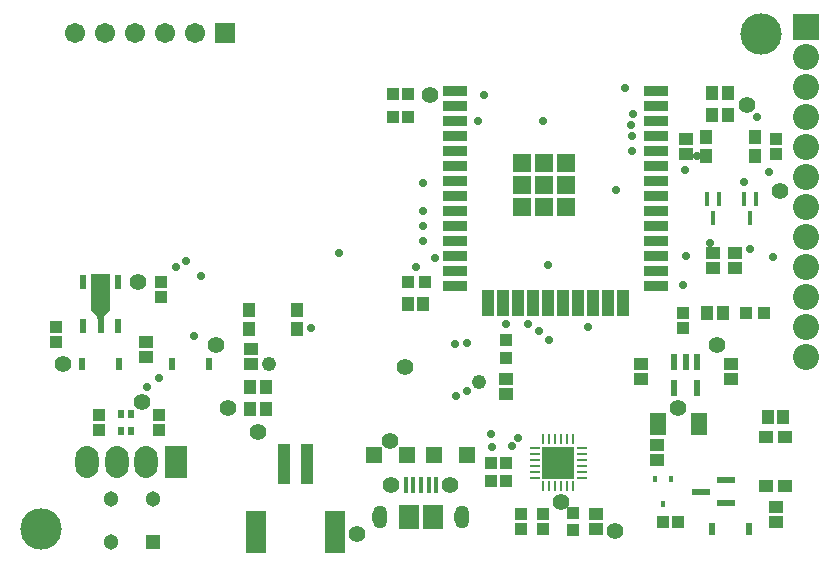
<source format=gts>
G04*
G04 #@! TF.GenerationSoftware,Altium Limited,Altium Designer,23.3.1 (30)*
G04*
G04 Layer_Color=65280*
%FSLAX44Y44*%
%MOMM*%
G71*
G04*
G04 #@! TF.SameCoordinates,049E622D-B5B7-477E-837E-60E0A1272B7F*
G04*
G04*
G04 #@! TF.FilePolarity,Negative*
G04*
G01*
G75*
%ADD17R,0.4572X1.3970*%
%ADD19R,0.4064X1.2192*%
%ADD20R,2.0066X0.8890*%
%ADD24R,0.9906X3.5052*%
%ADD25R,0.6096X1.0414*%
%ADD31R,0.5334X1.1430*%
%ADD32R,0.6096X1.1430*%
%ADD35R,0.4064X0.5080*%
%ADD36R,1.5240X0.5588*%
%ADD40R,0.5588X1.3208*%
%ADD44R,0.2540X0.8128*%
%ADD45R,0.8128X0.2540*%
%ADD46R,1.7526X2.1590*%
%ADD47R,1.0922X2.2098*%
%ADD48R,1.5240X1.5240*%
%ADD49R,1.7018X3.6068*%
%ADD50R,0.6032X0.7032*%
%ADD51R,1.0532X1.1532*%
%ADD52R,1.1000X1.2000*%
%ADD53R,1.1532X1.0532*%
%ADD54R,1.1032X1.0032*%
%ADD55R,1.0032X1.1032*%
%ADD56R,1.0032X1.0032*%
%ADD57R,1.2000X1.1000*%
%ADD58R,1.4532X1.8532*%
%ADD59R,1.0032X1.0032*%
%ADD60R,1.4032X1.4032*%
%ADD61R,1.4032X1.4032*%
%ADD62R,2.7940X2.7940*%
%ADD63C,1.3970*%
%ADD64O,1.2700X1.9558*%
%ADD65R,1.7032X1.7032*%
%ADD66C,1.7032*%
%ADD67C,2.2032*%
%ADD68O,1.9532X2.7032*%
%ADD69R,1.9532X2.7032*%
%ADD70C,1.3032*%
%ADD71R,1.3032X1.3032*%
%ADD72C,3.5052*%
%ADD73R,2.2032X2.2032*%
%ADD74C,0.7112*%
%ADD75C,1.4224*%
%ADD76C,1.2192*%
G36*
X85598Y209296D02*
X79502D01*
Y212344D01*
X74549Y216789D01*
Y248158D01*
X79883D01*
X85217D01*
X90551D01*
Y216789D01*
X85598Y212344D01*
Y209296D01*
D02*
G37*
D17*
X340680Y68906D02*
D03*
X347180D02*
D03*
X353680D02*
D03*
X360180D02*
D03*
X366680D02*
D03*
D19*
X637460Y311531D02*
D03*
X627460D02*
D03*
X632460Y295529D02*
D03*
X600710D02*
D03*
X595710Y311531D02*
D03*
X605710D02*
D03*
D20*
X382943Y402590D02*
D03*
Y389890D02*
D03*
Y377190D02*
D03*
Y364490D02*
D03*
Y351790D02*
D03*
Y339090D02*
D03*
Y326390D02*
D03*
Y313690D02*
D03*
Y300990D02*
D03*
Y288290D02*
D03*
Y275590D02*
D03*
Y262890D02*
D03*
Y250190D02*
D03*
Y237490D02*
D03*
X552943Y402590D02*
D03*
Y389890D02*
D03*
Y377190D02*
D03*
Y364490D02*
D03*
Y351790D02*
D03*
Y339090D02*
D03*
Y326390D02*
D03*
Y313690D02*
D03*
Y300990D02*
D03*
Y288290D02*
D03*
Y275590D02*
D03*
Y262890D02*
D03*
Y250190D02*
D03*
Y237490D02*
D03*
D24*
X257650Y86703D02*
D03*
X237650D02*
D03*
D25*
X174202Y171450D02*
D03*
X143298D02*
D03*
X67098D02*
D03*
X98002D02*
D03*
X631402Y31750D02*
D03*
X600498D02*
D03*
D31*
X67550Y240919D02*
D03*
X97550D02*
D03*
Y203581D02*
D03*
X67550D02*
D03*
D32*
X82550D02*
D03*
D35*
X565300Y74041D02*
D03*
X552300D02*
D03*
X558800Y52959D02*
D03*
D36*
X612394Y53500D02*
D03*
Y73500D02*
D03*
X590550Y63500D02*
D03*
D40*
X587350Y151608D02*
D03*
X568350D02*
D03*
Y173512D02*
D03*
X577850D02*
D03*
X587350D02*
D03*
D44*
X457397Y107895D02*
D03*
X462398D02*
D03*
X467399D02*
D03*
X472401D02*
D03*
X477402D02*
D03*
X482403D02*
D03*
Y68017D02*
D03*
X477402D02*
D03*
X472401D02*
D03*
X467399D02*
D03*
X462398D02*
D03*
X457397D02*
D03*
D45*
X489839Y100459D02*
D03*
Y95458D02*
D03*
Y90457D02*
D03*
Y85455D02*
D03*
Y80454D02*
D03*
Y75453D02*
D03*
X449961D02*
D03*
Y80454D02*
D03*
Y85455D02*
D03*
Y90457D02*
D03*
Y95458D02*
D03*
Y100459D02*
D03*
D46*
X343680Y41906D02*
D03*
X363680D02*
D03*
D47*
X410793Y223078D02*
D03*
X423493D02*
D03*
X436193D02*
D03*
X448893D02*
D03*
X461593D02*
D03*
X474293D02*
D03*
X486993D02*
D03*
X499693D02*
D03*
X512393D02*
D03*
X525093D02*
D03*
D48*
X439550Y323150D02*
D03*
X457900D02*
D03*
X476250D02*
D03*
X439550Y341500D02*
D03*
X457900D02*
D03*
X476250D02*
D03*
X439550Y304800D02*
D03*
X457900D02*
D03*
X476250D02*
D03*
D49*
X281150Y29203D02*
D03*
X214150D02*
D03*
D50*
X108140Y114920D02*
D03*
X100140D02*
D03*
Y128920D02*
D03*
X108140D02*
D03*
D51*
X209400Y152400D02*
D03*
X222400D02*
D03*
X222400Y133350D02*
D03*
X209400D02*
D03*
X342750Y222250D02*
D03*
X355750D02*
D03*
X660550Y127000D02*
D03*
X647550D02*
D03*
X609270Y214610D02*
D03*
X596270D02*
D03*
X600560Y382270D02*
D03*
X613560D02*
D03*
X600560Y401320D02*
D03*
X613560D02*
D03*
D52*
X208098Y217532D02*
D03*
X249098D02*
D03*
X208098Y201532D02*
D03*
X249098D02*
D03*
X636453Y347618D02*
D03*
X595453D02*
D03*
X636453Y363618D02*
D03*
X595453D02*
D03*
D53*
X209550Y184300D02*
D03*
Y171300D02*
D03*
X120650Y190650D02*
D03*
Y177650D02*
D03*
X501650Y31600D02*
D03*
Y44600D02*
D03*
X553720Y90020D02*
D03*
Y103020D02*
D03*
X654050Y37950D02*
D03*
Y50950D02*
D03*
X600710Y252580D02*
D03*
Y265580D02*
D03*
X619760Y252580D02*
D03*
Y265580D02*
D03*
X425450Y158900D02*
D03*
Y145900D02*
D03*
X539750Y158600D02*
D03*
Y171600D02*
D03*
X615950Y158600D02*
D03*
Y171600D02*
D03*
X577850Y349100D02*
D03*
Y362100D02*
D03*
D54*
X133350Y228700D02*
D03*
Y241200D02*
D03*
X44450Y190600D02*
D03*
Y203100D02*
D03*
X81280Y128170D02*
D03*
Y115670D02*
D03*
X575310Y202030D02*
D03*
Y214530D02*
D03*
X457200Y31850D02*
D03*
Y44350D02*
D03*
X438150Y31850D02*
D03*
Y44350D02*
D03*
X654050Y361850D02*
D03*
Y349350D02*
D03*
X132080Y128170D02*
D03*
Y115670D02*
D03*
D55*
X330300Y381000D02*
D03*
X342800D02*
D03*
X330300Y400050D02*
D03*
X342800D02*
D03*
X571400Y38100D02*
D03*
X558900D02*
D03*
X412850Y87956D02*
D03*
X425350D02*
D03*
X412850Y72716D02*
D03*
X425350D02*
D03*
D56*
X482678Y30663D02*
D03*
Y45663D02*
D03*
X425450Y191650D02*
D03*
Y176650D02*
D03*
D57*
X646068Y68397D02*
D03*
Y109397D02*
D03*
X662068Y68397D02*
D03*
Y109397D02*
D03*
D58*
X588750Y120650D02*
D03*
X554250D02*
D03*
D59*
X643770Y214610D02*
D03*
X628770D02*
D03*
X357540Y241300D02*
D03*
X342540D02*
D03*
D60*
X392950Y94306D02*
D03*
X313610D02*
D03*
D61*
X364350D02*
D03*
X342210D02*
D03*
D62*
X469900Y87956D02*
D03*
D63*
X328680Y68906D02*
D03*
X378680D02*
D03*
D64*
X318680Y41906D02*
D03*
X388680D02*
D03*
D65*
X187960Y452120D02*
D03*
D66*
X162560D02*
D03*
X137160D02*
D03*
X111760D02*
D03*
X86360D02*
D03*
X60960D02*
D03*
D67*
X679450Y254000D02*
D03*
Y228600D02*
D03*
Y203200D02*
D03*
Y431800D02*
D03*
Y406400D02*
D03*
Y381000D02*
D03*
Y355600D02*
D03*
Y330200D02*
D03*
Y304800D02*
D03*
Y279400D02*
D03*
Y177800D02*
D03*
D68*
X96050Y88900D02*
D03*
X121050D02*
D03*
X71050D02*
D03*
D69*
X146050D02*
D03*
D70*
X91079Y21229D02*
D03*
Y57150D02*
D03*
X127000D02*
D03*
D71*
Y21229D02*
D03*
D72*
X31750Y31750D02*
D03*
X641350Y450850D02*
D03*
D73*
X679450Y457200D02*
D03*
D74*
X383287Y144196D02*
D03*
X382697Y188931D02*
D03*
X413358Y112638D02*
D03*
X648032Y334215D02*
D03*
X260890Y201931D02*
D03*
X638475Y381051D02*
D03*
X577320Y336036D02*
D03*
X533179Y382909D02*
D03*
X407140Y399717D02*
D03*
X402038Y377190D02*
D03*
X577850Y262890D02*
D03*
X435535Y109220D02*
D03*
X430555Y102100D02*
D03*
X457360Y377190D02*
D03*
X461010Y255270D02*
D03*
X519031Y318770D02*
D03*
X349250Y254000D02*
D03*
X355600Y325120D02*
D03*
X284480Y265430D02*
D03*
X146050Y254000D02*
D03*
X154940Y259080D02*
D03*
X161290Y195580D02*
D03*
X355600Y288290D02*
D03*
X167640Y246380D02*
D03*
X355600Y300990D02*
D03*
Y275590D02*
D03*
X365760Y261620D02*
D03*
X392430Y189230D02*
D03*
Y148888D02*
D03*
X462369Y191770D02*
D03*
X425450Y205740D02*
D03*
X575310Y238760D02*
D03*
X587030Y347980D02*
D03*
X526849Y404929D02*
D03*
X532130Y364490D02*
D03*
X531914Y374099D02*
D03*
X627583Y325323D02*
D03*
X532130Y351790D02*
D03*
X598170Y274320D02*
D03*
X651510Y262255D02*
D03*
X632460Y269240D02*
D03*
X495300Y203200D02*
D03*
X444500Y205740D02*
D03*
X453856Y199351D02*
D03*
X414020Y101600D02*
D03*
X132080Y160020D02*
D03*
X121920Y152400D02*
D03*
D75*
X472440Y54610D02*
D03*
X361353Y399331D02*
D03*
X629628Y391119D02*
D03*
X190500Y134620D02*
D03*
X340360Y168910D02*
D03*
X657860Y317813D02*
D03*
X299720Y27940D02*
D03*
X518160Y30480D02*
D03*
X571500Y134620D02*
D03*
X327660Y106680D02*
D03*
X604520Y187960D02*
D03*
X117674Y139700D02*
D03*
X180340Y187960D02*
D03*
X50800Y171450D02*
D03*
X114300Y241300D02*
D03*
X215900Y114300D02*
D03*
D76*
X402590Y156210D02*
D03*
X224798Y171300D02*
D03*
M02*

</source>
